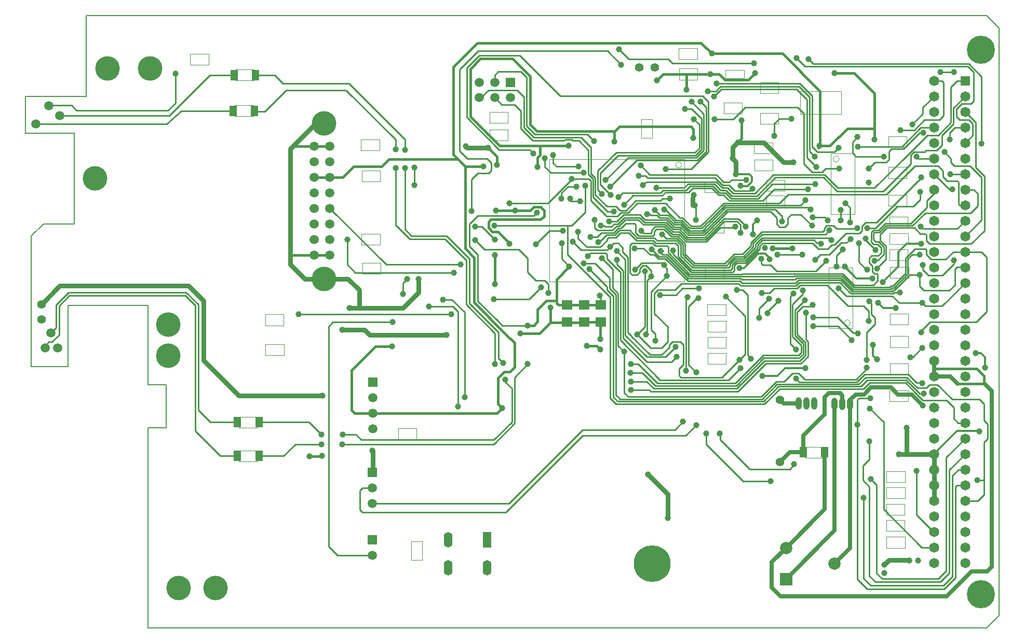
<source format=gbl>
%FSLAX42Y42*%
%MOMM*%
G71*
G01*
G75*
G04 Layer_Physical_Order=2*
G04 Layer_Color=16711680*
%ADD10C,0.20*%
%ADD11O,1.35X0.35*%
%ADD12O,0.35X1.35*%
%ADD13O,2.20X0.60*%
%ADD14R,1.65X0.30*%
%ADD15R,1.20X1.80*%
%ADD16R,1.80X1.20*%
%ADD17R,4.00X3.00*%
%ADD18R,1.45X0.55*%
%ADD19R,1.45X0.55*%
%ADD20R,0.60X1.55*%
%ADD21R,3.30X2.25*%
%ADD22R,0.95X2.25*%
%ADD23R,1.60X1.80*%
%ADD24R,2.20X2.60*%
%ADD25R,2.60X2.20*%
%ADD26R,1.80X1.60*%
%ADD27R,1.30X1.50*%
%ADD28C,0.23*%
%ADD29C,0.40*%
%ADD30C,0.80*%
%ADD31C,0.70*%
%ADD32C,0.30*%
%ADD33C,0.25*%
%ADD34C,0.25*%
%ADD35C,0.10*%
%ADD36C,1.65*%
%ADD37R,1.65X1.65*%
%ADD38C,4.60*%
%ADD39C,2.00*%
%ADD40R,2.00X2.00*%
%ADD41O,1.00X2.00*%
%ADD42O,1.00X2.00*%
%ADD43C,1.50*%
%ADD44C,1.40*%
%ADD45R,1.50X1.50*%
%ADD46R,1.50X1.50*%
%ADD47C,4.00*%
%ADD48R,1.40X2.50*%
%ADD49O,1.40X2.50*%
%ADD50C,6.00*%
%ADD51C,1.00*%
D10*
X1524Y9072D02*
Y10394D01*
X16204D01*
X16405Y10193D01*
Y595D02*
Y10193D01*
X16204Y394D02*
X16405Y595D01*
X4024Y394D02*
X16204D01*
X2524D02*
X4024D01*
X2524D02*
Y3664D01*
X2824D01*
Y4364D01*
X2524D02*
X2824D01*
X2524D02*
Y5665D01*
X1224D02*
X2524D01*
X1224Y4664D02*
Y5665D01*
X624Y4664D02*
X1224D01*
X624D02*
Y6794D01*
X824Y6994D01*
X1324D01*
Y8478D01*
X522Y8477D02*
X1321D01*
X525Y8478D02*
Y9072D01*
X1524D01*
D15*
X4267Y8840D02*
D03*
X3917D02*
D03*
X4282Y9423D02*
D03*
X3932D02*
D03*
X4337Y3205D02*
D03*
X3987D02*
D03*
X4337Y3755D02*
D03*
X3987D02*
D03*
X13560Y3265D02*
D03*
X13210D02*
D03*
D26*
X9642Y5388D02*
D03*
Y5668D02*
D03*
X9910Y5388D02*
D03*
Y5668D02*
D03*
X9363Y5388D02*
D03*
Y5668D02*
D03*
D28*
X9690Y8455D02*
X9797Y8347D01*
X9799Y8346D01*
X9912Y5668D02*
Y5803D01*
Y5667D02*
Y5668D01*
X11075Y9618D02*
X12407D01*
X11010Y9682D02*
X11075Y9618D01*
X10368Y9682D02*
X11010D01*
X10497Y6720D02*
X10768D01*
X10368Y6850D02*
X10497Y6720D01*
X10235Y6850D02*
X10368D01*
X10160Y6775D02*
X10235Y6850D01*
X10038Y6775D02*
X10160D01*
X10010Y6747D02*
X10038Y6775D01*
X10010Y6720D02*
Y6747D01*
X10218Y6888D02*
X10382D01*
X10504Y6766D01*
X10140Y6810D02*
X10218Y6888D01*
X10003Y6810D02*
X10140D01*
X9893Y6700D02*
X10003Y6810D01*
X10480Y6845D02*
X10525Y6800D01*
X10480Y6845D02*
Y6978D01*
X10457Y7000D02*
X10480Y6978D01*
X10318Y7000D02*
X10457D01*
X10240Y6922D02*
X10318Y7000D01*
X10198Y6922D02*
X10240D01*
X10123Y6847D02*
X10198Y6922D01*
X9915Y6847D02*
X10123D01*
X10522Y7060D02*
X10595Y6988D01*
X10310Y7060D02*
X10522D01*
X10210Y6960D02*
X10310Y7060D01*
X10171Y6960D02*
X10210D01*
X10098Y6888D02*
X10171Y6960D01*
X9850Y6888D02*
X10098D01*
X10543Y7095D02*
X10618Y7020D01*
X10293Y7095D02*
X10543D01*
X10193Y6995D02*
X10293Y7095D01*
X10133Y6995D02*
X10193D01*
X10083Y6945D02*
X10133Y6995D01*
X9982Y6945D02*
X10083D01*
X10582Y7107D02*
X10630Y7060D01*
X10175Y7032D02*
X10282Y7140D01*
X10550D02*
X10580Y7110D01*
X10282Y7140D02*
X10550D01*
X10178Y7118D02*
X10238Y7178D01*
X10507Y7330D02*
X10718D01*
X10355Y7178D02*
X10507Y7330D01*
X10238Y7178D02*
X10355D01*
X10703Y7370D02*
X10880D01*
X10697D02*
X10703D01*
X10697D02*
X10703D01*
X10480D02*
X10697D01*
X10322Y7212D02*
X10480Y7370D01*
X10223Y7212D02*
X10322D01*
X10157Y7278D02*
X10223Y7212D01*
X8235Y5405D02*
Y5405D01*
X7906Y5734D02*
X8235Y5405D01*
X7906Y5734D02*
Y6492D01*
X7768Y6630D02*
X7906Y6492D01*
X7900Y7125D02*
X8818D01*
X7768Y6993D02*
X7900Y7125D01*
X8818D02*
X8868Y7175D01*
X10703Y4283D02*
X10725Y4260D01*
X12147D01*
X10403Y4283D02*
X10703D01*
X12147Y4260D02*
X12600Y4712D01*
X12130Y4305D02*
X12580Y4755D01*
X10400Y4420D02*
X10655D01*
X10770Y4305D01*
X12130D01*
X12600Y4712D02*
X13170D01*
X13285Y4828D01*
Y5070D01*
X13255Y5100D02*
X13285Y5070D01*
X13255Y5100D02*
Y5542D01*
X12580Y4755D02*
X13157D01*
X13250Y4847D01*
Y5050D01*
X13112Y5188D02*
X13250Y5050D01*
X13112Y5188D02*
Y5553D01*
X13205Y5645D01*
X13338D01*
X13362Y5670D01*
X12998Y5810D02*
X13048Y5860D01*
X943Y5215D02*
X1027Y5300D01*
Y5670D01*
X1235Y5878D01*
X3145D01*
X3347Y5675D01*
Y3955D02*
Y5675D01*
X5703Y3558D02*
X5915D01*
X6005Y3467D01*
X8170D01*
X8462Y3760D01*
Y4305D01*
X8355Y4412D02*
X8462Y4305D01*
X8355Y4412D02*
Y4453D01*
X10400Y4560D02*
X10588D01*
X10797Y4350D01*
X12120D01*
X12572Y4803D01*
X13148D01*
X13215Y4870D01*
Y5033D01*
X13075Y5172D02*
X13215Y5033D01*
X13075Y5172D02*
Y5590D01*
X13235Y5750D01*
X4930Y3397D02*
X5353D01*
X848Y4970D02*
Y5005D01*
Y4967D02*
Y4970D01*
Y5005D02*
X910Y5067D01*
X965D01*
X1077Y5180D01*
Y5655D01*
X1243Y5820D01*
X3138D01*
X3300Y5658D01*
Y3612D02*
Y5658D01*
X5695Y3397D02*
X8165D01*
X5692D02*
X5695D01*
X8165D02*
X8505Y3738D01*
Y4488D01*
X8720Y4703D01*
X10405D02*
X10522D01*
X10832Y4392D01*
X12103D01*
X12557Y4847D01*
X13140D01*
X13180Y4888D01*
Y5008D01*
X13038Y5150D02*
X13180Y5008D01*
X13038Y5150D02*
Y5678D01*
X13207Y5847D01*
Y5908D01*
X10878Y4445D02*
X11997D01*
X12175Y4775D02*
X12265Y4865D01*
X11885Y4485D02*
X12175Y4775D01*
X12265Y4865D01*
X12768Y4415D02*
X12895D01*
X12525Y4172D02*
X12768Y4415D01*
X13093Y4467D02*
X13098Y4462D01*
X13148Y4412D01*
X14088D01*
X14112Y4375D02*
X14225Y4488D01*
X12782Y4375D02*
X14112D01*
X12540Y4133D02*
X12782Y4375D01*
X13370Y5320D02*
X13780D01*
X13773Y5465D02*
X14027Y5210D01*
X13373Y5465D02*
X13773D01*
X14325Y5520D02*
Y5697D01*
X11625Y3397D02*
X12232Y2790D01*
X11625Y3397D02*
Y3567D01*
X12998Y5038D02*
X13093Y4942D01*
X15062Y2240D02*
Y2965D01*
X14088Y4412D02*
X14215Y4540D01*
X14995Y4817D02*
X15145Y4967D01*
X14957Y4817D02*
X14995D01*
X12998Y5038D02*
Y5810D01*
X12538Y5867D02*
X12660D01*
X13110Y5942D02*
X13162Y5995D01*
X12660Y5867D02*
X12735Y5942D01*
X13110D01*
X13727Y5867D02*
X13939Y5656D01*
X13727Y5860D02*
Y5867D01*
X13600Y5995D02*
X13727Y5867D01*
X13162Y5995D02*
X13600D01*
X14197Y5656D02*
X14282Y5570D01*
X13939Y5656D02*
X14197D01*
X13493Y6495D02*
X13635D01*
X13827Y6688D01*
X13918D01*
X13980Y6750D01*
X13412Y6220D02*
X13585Y6392D01*
X12780Y6220D02*
X13412D01*
X13975Y7018D02*
Y7260D01*
Y7015D02*
Y7018D01*
X13902Y7332D02*
X13975Y7260D01*
X13752Y6475D02*
X13857Y6580D01*
X14225Y6730D02*
X14385Y6570D01*
X14118Y6372D02*
Y6680D01*
X14090Y6920D02*
Y6922D01*
Y6905D02*
Y6920D01*
X12628Y5533D02*
Y5560D01*
X13823Y7053D02*
Y7215D01*
X13818Y7220D02*
X13823Y7215D01*
X14325Y5520D02*
X14382Y5462D01*
X14300Y3975D02*
X14523Y3753D01*
Y2335D02*
Y3753D01*
Y2335D02*
X15146Y1711D01*
X15342D01*
X15591Y7557D02*
X15643D01*
X15342Y7807D02*
X15591Y7557D01*
X15493Y7760D02*
Y7857D01*
Y7760D02*
X15555Y7697D01*
X15740Y7319D02*
X15760Y7299D01*
X15850D01*
X15740Y7319D02*
Y7675D01*
X15718Y7697D02*
X15740Y7675D01*
X15555Y7697D02*
X15718D01*
X15668Y6340D02*
Y6400D01*
X15661Y6537D02*
X15850D01*
X15536Y6412D02*
X15661Y6537D01*
X15298Y6412D02*
X15536D01*
X15480Y6153D02*
X15668Y6340D01*
X15252Y6153D02*
X15480D01*
X15157Y6247D02*
X15252Y6153D01*
X15107Y5978D02*
X15180Y5905D01*
X15595D01*
X15107Y5978D02*
Y6045D01*
X13145Y6033D02*
X13812D01*
X13915Y5817D02*
X14662D01*
X14775Y5705D01*
X15150D01*
X13788Y5945D02*
X13915Y5817D01*
X12195Y5980D02*
X13093D01*
X13145Y6033D01*
X13135Y6078D02*
X13818D01*
X13716Y6111D02*
X13831D01*
X13716Y6111D02*
X13716Y6111D01*
X13082Y6025D02*
X13135Y6078D01*
X13102Y6111D02*
X13716D01*
X13070Y6145D02*
X13845D01*
X13052Y6179D02*
X13053Y6180D01*
X12155Y6020D02*
X12195Y5980D01*
X12218Y5915D02*
X12305Y5828D01*
X12128Y5915D02*
X12218D01*
X12305Y4847D02*
X12357Y4795D01*
X12305Y4847D02*
Y5828D01*
X15543Y3182D02*
X15850Y3489D01*
X15543Y1330D02*
Y3182D01*
X15410Y1198D02*
X15543Y1330D01*
X14500Y1198D02*
X15410D01*
X14410Y1288D02*
X14500Y1198D01*
X12232Y2790D02*
X12680D01*
X10312Y5172D02*
Y6410D01*
X10662Y4822D02*
X10968D01*
X10312Y5172D02*
X10662Y4822D01*
X10503Y5188D02*
X10630Y5315D01*
X10172Y6550D02*
X10312Y6410D01*
X10014Y6567D02*
X10043Y6595D01*
X9588Y6567D02*
X10014D01*
X10172Y6330D02*
X10275Y6228D01*
X10348Y5222D02*
X10410Y5160D01*
X10275Y5125D02*
Y6228D01*
X10172Y6330D02*
Y6397D01*
X10010Y6425D02*
X10228Y6208D01*
X10010Y6425D02*
Y6493D01*
X9988Y6515D02*
X10010Y6493D01*
X9743Y6515D02*
X9988D01*
X9697Y6470D02*
X9743Y6515D01*
X9455Y6700D02*
X9588Y6567D01*
X9635Y6350D02*
X9820D01*
X10057Y6112D01*
X9725Y6253D02*
X10010Y5967D01*
Y5920D02*
Y5967D01*
X15590Y2975D02*
X15850Y3235D01*
X15590Y1293D02*
Y2975D01*
X15448Y1150D02*
X15590Y1293D01*
X14385Y1150D02*
X15448D01*
X14290Y1245D02*
X14385Y1150D01*
X10662Y4738D02*
X11060D01*
X10275Y5125D02*
X10662Y4738D01*
X11218Y4485D02*
X11885D01*
X11188Y4515D02*
X11218Y4485D01*
X11188Y4515D02*
Y4630D01*
X11253Y4695D01*
Y5022D01*
X11207Y5067D02*
X11253Y5022D01*
X9070Y6880D02*
X9290D01*
X8853Y6662D02*
X9070Y6880D01*
X9370Y6493D02*
X10062Y5800D01*
X12265Y4865D02*
Y5488D01*
X11947Y5805D02*
X12265Y5488D01*
X15741Y2981D02*
X15850D01*
X15645Y2885D02*
X15741Y2981D01*
X15645Y1238D02*
Y2885D01*
X15495Y1088D02*
X15645Y1238D01*
X14310Y1088D02*
X15495D01*
X14198Y1200D02*
X14310Y1088D01*
X14198Y1200D02*
Y2525D01*
X15690Y1217D02*
Y2695D01*
X15722Y2727D01*
X15505Y1032D02*
X15690Y1217D01*
X14250Y1032D02*
X15505D01*
X14090Y1193D02*
X14250Y1032D01*
X10228Y5095D02*
Y6208D01*
Y5095D02*
X10878Y4445D01*
X10293Y4234D02*
Y4905D01*
X10193Y5006D02*
X10293Y4905D01*
Y4234D02*
X10355Y4172D01*
X10193Y5006D02*
Y5860D01*
X15722Y2727D02*
X15850D01*
X14090Y1193D02*
Y3715D01*
Y4117D01*
X14120Y4147D01*
X14302D01*
X15045Y4232D02*
X15045D01*
X15162Y4115D01*
X14877Y4400D02*
X15045Y4232D01*
X14296Y4400D02*
X14877D01*
X14198Y4303D02*
X14296Y4400D01*
X12832Y4303D02*
X14198D01*
X12807Y4338D02*
X14148D01*
X14255Y4445D01*
X14885D02*
X15071Y4259D01*
X14255Y4445D02*
X14885D01*
X10355Y4172D02*
X12525D01*
X10103Y5950D02*
X10193Y5860D01*
X10103Y5950D02*
Y6258D01*
X9925Y6435D02*
X10103Y6258D01*
X8745Y5762D02*
X8938Y5956D01*
X8745Y5762D02*
X8938Y5956D01*
X5491Y7246D02*
X6410Y6328D01*
X5778Y6327D02*
X5908Y6197D01*
X5778Y6327D02*
Y6740D01*
X15032Y7938D02*
X15412D01*
X15493Y7857D01*
X9045Y7330D02*
X9432Y7718D01*
X9432Y6967D02*
X9655Y7190D01*
Y7620D01*
X11343Y5645D02*
X11478Y5780D01*
X11343Y4692D02*
Y5645D01*
Y4692D02*
X11465Y4570D01*
X9612Y3633D02*
X11118D01*
X8412Y2432D02*
X9612Y3633D01*
X6185Y2432D02*
X8412D01*
X8357Y2280D02*
X9610Y3533D01*
X11288D01*
X11465Y3710D01*
X6022Y2280D02*
X8357D01*
X5978Y2325D02*
X6022Y2280D01*
X5978Y2325D02*
Y2640D01*
X6024Y2686D02*
X6185D01*
X5978Y2640D02*
X6024Y2686D01*
X5616Y1584D02*
X6183D01*
X5472Y1727D02*
X5616Y1584D01*
X5472Y5315D02*
X5545Y5388D01*
X8700Y8590D02*
Y9388D01*
Y8590D02*
X8835Y8455D01*
X9690D01*
X8179Y9054D02*
X8295Y8938D01*
X8507D01*
X8610Y8835D01*
Y8547D02*
Y8835D01*
Y8547D02*
X8805Y8353D01*
X8605Y9482D02*
X8700Y9388D01*
X8238Y9482D02*
X8605D01*
X8179Y9424D02*
X8238Y9482D01*
X8179Y9307D02*
Y9424D01*
X7925Y9054D02*
X7958D01*
X8082Y9178D01*
X8543D01*
X8655Y9065D01*
Y8565D02*
Y9065D01*
Y8565D02*
X8815Y8405D01*
X9588D01*
X15662Y8889D02*
X15850Y9077D01*
X10596Y7624D02*
X10653Y7680D01*
X11788D01*
X11888Y7580D01*
X15410Y8443D02*
X15618Y8650D01*
Y9228D01*
X15721Y9331D01*
X15850D01*
X15020Y8522D02*
X15188Y8690D01*
X15432D01*
X15502Y8760D01*
Y9300D01*
X15471Y9331D02*
X15502Y9300D01*
X15342Y9331D02*
X15471D01*
X15160Y8793D02*
Y8895D01*
X15342Y9077D01*
X15390Y8190D02*
X15475Y8275D01*
Y8440D01*
X15662Y8628D01*
Y8889D01*
X15600Y8375D02*
Y8485D01*
X15684Y8569D01*
X15850D01*
Y8823D02*
X16020Y8653D01*
X13907Y6840D02*
X14127D01*
X13105Y9697D02*
X13238Y9565D01*
X15898D01*
X15990Y9472D01*
Y9000D02*
Y9472D01*
X15943Y8953D02*
X15990Y9000D01*
X15793Y8953D02*
X15943D01*
X15710Y8870D02*
X15793Y8953D01*
X15710Y8740D02*
Y8870D01*
Y8740D02*
X15757Y8693D01*
X15915D01*
X15975Y8632D01*
Y8440D02*
Y8632D01*
X15850Y8315D02*
X15975Y8440D01*
X13298Y9688D02*
X13377Y9607D01*
X15912D01*
X16120Y9400D01*
Y8303D02*
Y9400D01*
X10565Y7945D02*
X10710Y7800D01*
X11790D01*
X11915Y7675D01*
X12823Y7330D02*
X12966Y7472D01*
X14568D01*
X15032Y7938D01*
X15948Y6668D02*
X16165Y6885D01*
Y7768D01*
X16020Y7915D02*
Y8653D01*
Y7912D02*
X16165Y7768D01*
X15850Y7553D02*
X15990D01*
X16055Y7488D01*
Y7288D02*
Y7488D01*
X15940Y7172D02*
X16055Y7288D01*
X15198Y7172D02*
X15940D01*
X10525Y7782D02*
X10635D01*
X10670Y7747D01*
X11770D01*
X11890Y7628D01*
X11951Y7543D02*
X12046Y7447D01*
X12455D01*
X11888Y7580D02*
X11978D01*
X12068Y7490D01*
X12422D01*
X13168Y7295D02*
X13250Y7378D01*
X12757Y7228D02*
X12868Y7118D01*
Y7030D02*
Y7118D01*
X13575Y6825D02*
X13638Y6888D01*
X13362Y6682D02*
X13457Y6588D01*
X13427Y6688D02*
X13480D01*
X13390Y6725D02*
X13427Y6688D01*
X15610Y7807D02*
X15850D01*
X14127Y6840D02*
X14173Y6885D01*
X15227Y7375D02*
X15342Y7489D01*
Y7553D01*
X14252Y6925D02*
X14388D01*
X14745Y7282D01*
X15005D01*
X15115Y7393D01*
Y7518D01*
X7862Y6728D02*
X7866Y6731D01*
X4982Y5515D02*
X7470D01*
X7112Y5647D02*
X7495D01*
X7582Y5560D01*
Y4010D02*
Y5560D01*
X7338Y5755D02*
X7482D01*
X7688Y5550D01*
Y4160D02*
Y5550D01*
X15132Y5220D02*
Y5245D01*
X15277Y5390D01*
X16032D02*
X16205Y5562D01*
Y6450D01*
X16118Y6537D02*
X16205Y6450D01*
X15850Y6537D02*
X16118D01*
X15277Y5390D02*
X16032D01*
X14882Y6435D02*
X15032Y6585D01*
X15198D01*
X15218Y6565D01*
Y6493D02*
Y6565D01*
Y6493D02*
X15298Y6412D01*
X14918Y6420D02*
X14988Y6490D01*
X10768Y6720D02*
X10805Y6682D01*
X9905Y6615D02*
X10010Y6720D01*
X15595Y5905D02*
X15685Y5995D01*
Y6258D02*
X15720Y6292D01*
X15840D01*
X15850Y6283D01*
X15685Y5995D02*
Y6258D01*
X11295Y5770D02*
X11322Y5797D01*
X11295Y4592D02*
Y5770D01*
X11478Y5780D02*
X11505D01*
X10665Y7155D02*
X10705D01*
X10722Y7138D01*
X10822D01*
X10865Y7095D01*
X10995D01*
X10780Y6825D02*
Y6875D01*
X10755Y6800D02*
X10780Y6825D01*
X10525Y6800D02*
X10755D01*
X10743Y6855D02*
Y6897D01*
X10725Y6838D02*
X10743Y6855D01*
X10615Y6838D02*
X10725D01*
X10570Y6882D02*
X10615Y6838D01*
X10043Y7032D02*
X10175D01*
X12677Y7193D02*
X12778Y7093D01*
Y6993D02*
Y7093D01*
Y6993D02*
X12827Y6943D01*
X12910D01*
X12957Y6990D01*
Y7090D01*
X13015Y7147D02*
X13173D01*
X13638Y6765D02*
X13673Y6730D01*
X13525Y6865D02*
X13557Y6897D01*
Y6929D01*
X13596Y6967D01*
X13703D01*
X13457Y6588D02*
X13613D01*
X13676Y6650D01*
X13718D01*
X13752Y6683D01*
Y6684D01*
X13907Y6840D01*
X15200Y5655D02*
X15476D01*
X15850Y6029D01*
X15150Y5705D02*
X15200Y5655D01*
X9910Y6968D02*
X9960D01*
X9982Y6945D01*
X12150Y7080D02*
X12268Y6962D01*
X9540Y6755D02*
Y6868D01*
Y6755D02*
X9680Y6615D01*
X9905D01*
X9743Y6780D02*
X9847D01*
X9915Y6847D01*
X10942Y6908D02*
X11065Y6785D01*
X10813Y6908D02*
X10942D01*
X10780Y6875D02*
X10813Y6908D01*
X10743Y6897D02*
X10796Y6951D01*
X9807Y6930D02*
Y7062D01*
Y6930D02*
X9850Y6888D01*
X12538Y6865D02*
X13525D01*
X14988Y8620D02*
X15160Y8793D01*
X12545Y6725D02*
X13390D01*
X12550Y6682D02*
X13362D01*
X12495Y5610D02*
X12657Y5772D01*
X12495Y5458D02*
Y5610D01*
X10062Y4145D02*
Y5800D01*
X10010Y5920D02*
X10115Y5815D01*
Y4167D02*
Y5815D01*
X11118Y3633D02*
X11247Y3762D01*
X10157Y4050D02*
X12580D01*
X12832Y4303D01*
X10062Y4145D02*
X10157Y4050D01*
X10115Y4167D02*
X10188Y4095D01*
X12565D01*
X12807Y4338D01*
X10057Y5938D02*
Y6112D01*
Y5938D02*
X10155Y5840D01*
Y4203D02*
Y5840D01*
Y4203D02*
X10225Y4133D01*
X12540D01*
X15850Y3743D02*
X15870D01*
X15638Y4128D02*
X16085D01*
X16160Y4053D01*
X16058Y2473D02*
X16160Y2575D01*
X15850Y2473D02*
X16058D01*
X15395Y4370D02*
X15638Y4128D01*
X15548Y4115D02*
X15668Y3995D01*
Y3813D02*
Y3995D01*
X15738Y3743D02*
X15850D01*
X15668Y3813D02*
X15738Y3743D01*
X15162Y4115D02*
X15548D01*
X15125Y6953D02*
X15162Y6915D01*
X15720D01*
X15850Y7045D01*
X15512Y8165D02*
X15618Y8060D01*
Y7995D02*
Y8060D01*
Y7995D02*
X15675Y7938D01*
X15927D01*
X16115Y7750D01*
Y7056D02*
Y7750D01*
X15850Y6791D02*
X16115Y7056D01*
X9272Y6420D02*
Y6675D01*
Y6420D02*
X9397Y6295D01*
X9890Y5825D02*
X9912Y5803D01*
X9370Y6493D02*
Y6967D01*
X8172D02*
X9370D01*
X9432D01*
X6410Y6328D02*
X7622D01*
X5908Y6197D02*
X7512D01*
X7768Y6630D02*
Y6993D01*
X8235Y5405D02*
X8305Y5335D01*
X8720D01*
X9058Y5867D02*
Y6011D01*
X8999Y6070D02*
X9058Y6011D01*
X8853Y6070D02*
X8999D01*
X8714Y6208D02*
X8853Y6070D01*
X10970Y7885D02*
X11382D01*
X11662Y8165D02*
Y8990D01*
X9253Y9085D02*
X11568D01*
X7932Y9747D02*
X8590D01*
X7722Y9538D02*
X7932Y9747D01*
X7722Y8732D02*
Y9538D01*
Y8732D02*
X8253Y8203D01*
X8755D01*
X8590Y9747D02*
X9253Y9085D01*
X7862Y6728D02*
X8012Y6578D01*
X8572D01*
X8714Y6435D01*
Y6208D02*
Y6435D01*
X7970Y6947D02*
X8182Y6735D01*
X7862Y6947D02*
X7970D01*
X7800Y7203D02*
Y7722D01*
X7903Y7825D01*
X8082D01*
X8120Y7862D01*
Y7990D01*
X8055Y8055D02*
X8120Y7990D01*
X7738Y8055D02*
X8055D01*
X7610Y8182D02*
X7738Y8055D01*
X7610Y8182D02*
Y9518D01*
X7910Y9818D01*
X10018D01*
X10243Y9593D01*
X10872Y5833D02*
X11135D01*
X11240Y5938D01*
X11510D01*
X11568Y9085D02*
X11662Y8990D01*
X11382Y7885D02*
X11662Y8165D01*
X9718Y7725D02*
X9747Y7695D01*
Y7370D02*
Y7695D01*
X10497Y8032D02*
X11482D01*
X11625Y8175D02*
Y8897D01*
X11482Y8032D02*
X11625Y8175D01*
X10062Y7597D02*
X10497Y8032D01*
X9711Y7802D02*
Y8197D01*
X9555Y8353D02*
X9711Y8197D01*
Y7802D02*
X9785Y7728D01*
X9749Y7816D02*
Y8243D01*
X9588Y8405D02*
X9749Y8243D01*
Y7816D02*
X9820Y7745D01*
X9990Y7707D02*
X10355Y8072D01*
X11470D01*
X11590Y8193D01*
Y8790D01*
X11532Y8990D02*
X11625Y8897D01*
X11390Y8990D02*
X11590Y8790D01*
X13150Y9290D02*
X13355Y9085D01*
Y8250D02*
Y9085D01*
X13438Y8168D02*
X13720D01*
X11780Y9290D02*
X11795D01*
X13355Y8250D02*
X13438Y8168D01*
X11795Y9290D02*
X13150D01*
X13273Y8072D02*
X13420Y7925D01*
X13273Y8072D02*
Y9025D01*
X13102Y9195D02*
X13273Y9025D01*
X11875Y9195D02*
X13102D01*
X9785Y7435D02*
Y7728D01*
X9820Y7468D02*
Y7745D01*
X9900Y7635D02*
X10072Y7462D01*
X9900Y7635D02*
Y7822D01*
X10190Y8112D01*
X11455D01*
X11553Y8210D01*
Y8710D01*
X11395Y8868D02*
X11553Y8710D01*
X11278Y8868D02*
X11395D01*
X11757Y9078D02*
X11875Y9195D01*
X11655Y9162D02*
X11788D01*
X11860Y9235D01*
X13148D01*
X13318Y9065D01*
Y8175D02*
Y9065D01*
Y8175D02*
X13400Y8092D01*
X9862Y7547D02*
X9930Y7480D01*
X9862Y7547D02*
Y7860D01*
X10162Y8160D01*
X11445D01*
X11515Y8230D01*
Y8615D01*
X11428Y8703D02*
X11515Y8615D01*
X12266Y8895D02*
X13118D01*
X13220Y7975D02*
X13355Y7840D01*
X13518D01*
X13573Y7895D01*
X13795D01*
X8423Y7330D02*
X9045D01*
X10000Y7118D02*
X10178D01*
X9432Y7718D02*
Y7725D01*
X9718D01*
X9747Y7370D02*
X10000Y7118D01*
X10022Y7197D02*
X10120D01*
X9785Y7435D02*
X10022Y7197D01*
X10010Y7278D02*
X10157D01*
X10880Y7370D02*
X10920Y7410D01*
X9820Y7468D02*
X10010Y7278D01*
X9270Y7407D02*
Y7497D01*
X9375Y7603D01*
X9510D01*
X9407Y7375D02*
Y7405D01*
Y7375D02*
X9415Y7368D01*
X9575D01*
X10920Y7410D02*
X11038D01*
X10200Y7435D02*
X10262Y7497D01*
X11945D02*
X12032Y7410D01*
X12475D01*
X12725Y7793D02*
X13560D01*
X13773Y7580D01*
X14375D01*
X12422Y7490D02*
X12725Y7793D01*
X12757Y7750D02*
X13540D01*
X13762Y7528D01*
X14515D01*
X12455Y7447D02*
X12757Y7750D01*
X12707Y7643D02*
X13405D01*
X12475Y7410D02*
X12707Y7643D01*
X10288Y7305D02*
X10435Y7453D01*
X10880Y7497D02*
X10928Y7545D01*
X10262Y7497D02*
X10880D01*
X10912Y7453D02*
X10965Y7505D01*
X10435Y7453D02*
X10912D01*
X12553Y7370D02*
X12740Y7557D01*
X13288D01*
X14102Y8257D02*
X14818D01*
X15129Y8569D01*
X15342D01*
X15238Y8443D02*
X15410D01*
X14515Y7528D02*
X14962Y7975D01*
X14018Y8332D02*
X14095Y8410D01*
X14018Y8145D02*
Y8332D01*
Y8145D02*
X14073Y8090D01*
X14525D01*
X15015Y8172D02*
X15195D01*
X15212Y8190D01*
X15390D01*
X14889Y8094D02*
X14889D01*
X14375Y7580D02*
X14889Y8094D01*
X14889D02*
X15238Y8443D01*
X14962Y7975D02*
Y8120D01*
X15015Y8172D01*
X15084Y8061D02*
X15342D01*
X15055Y8090D02*
X15084Y8061D01*
X13356Y6965D02*
X13360D01*
X13173Y7147D02*
X13356Y6965D01*
X14225Y6730D02*
Y6750D01*
X15227Y7265D02*
Y7375D01*
X13703Y6967D02*
X13735Y6935D01*
X13735D01*
X13755Y6915D01*
X14080D01*
X13365Y7100D02*
X13568D01*
X14173Y6885D02*
Y6961D01*
X14225Y7014D01*
X14407D01*
X14602Y7210D01*
X14275Y7895D02*
X14382Y8003D01*
X14565D01*
X14612Y8050D01*
Y8180D01*
X14648Y8215D01*
X14843D01*
X15112Y8485D01*
X15168D01*
X15177D01*
X15445Y9475D02*
X15668D01*
X16050Y2805D02*
X16157D01*
X2973Y8965D02*
Y9445D01*
X2852Y8845D02*
X2973Y8965D01*
X1362Y8845D02*
X2852D01*
X1280Y8928D02*
X1362Y8845D01*
X905Y8928D02*
X1280D01*
X6870Y7630D02*
Y7918D01*
X10203Y9847D02*
X10368Y9682D01*
X6688Y5847D02*
Y6025D01*
X6755Y6092D01*
X12073Y8703D02*
X12266Y8895D01*
X11765Y8703D02*
X12073D01*
X13118Y8895D02*
X13220Y8793D01*
Y7975D02*
Y8793D01*
X12740Y8428D02*
Y8632D01*
X12820Y8712D01*
X13020D01*
X8185Y4705D02*
Y5208D01*
X7718Y5675D02*
X8185Y5208D01*
X7718Y5675D02*
Y6397D01*
X7370Y6745D02*
X7718Y6397D01*
X6795Y6745D02*
X7370D01*
X6568Y6972D02*
X6795Y6745D01*
X6568Y6972D02*
Y7903D01*
X6568Y8210D02*
Y8368D01*
X5755Y9180D02*
X6568Y8368D01*
X4783Y9180D02*
X5755D01*
X700Y8625D02*
X2835D01*
X1087Y8760D02*
X2872D01*
X4725Y9290D02*
X5803D01*
X6720Y8372D01*
X6715Y6903D02*
Y7903D01*
Y6903D02*
X6818Y6800D01*
X7397D01*
X7772Y6425D01*
Y5692D02*
Y6425D01*
Y5692D02*
X8243Y5222D01*
Y4800D02*
Y5222D01*
Y4800D02*
X8320Y4722D01*
X9330Y8368D02*
X9438D01*
X9453Y8353D01*
X9555D01*
X9315D02*
X9330Y8368D01*
X8805Y8353D02*
X9315D01*
X14290Y3151D02*
Y3442D01*
X14188Y3049D02*
X14290Y3151D01*
X14188Y2805D02*
Y3049D01*
Y2805D02*
X14290Y2702D01*
Y1245D02*
Y2702D01*
X14312Y2830D02*
X14410Y2733D01*
Y1288D02*
Y2733D01*
X14885Y3240D02*
X14893Y3247D01*
X9095Y7828D02*
X9630D01*
X8997Y7925D02*
X9095Y7828D01*
X8997Y7925D02*
Y8068D01*
X9188Y7928D02*
X9545D01*
X9132Y7982D02*
X9188Y7928D01*
X9132Y7982D02*
Y8120D01*
Y8122D01*
X8755Y8203D02*
X8811Y8146D01*
X10803Y6635D02*
X10988D01*
X11007Y6615D01*
Y6528D02*
Y6615D01*
X12226Y6179D02*
X13052D01*
X12205Y6085D02*
X13076D01*
X13102Y6111D01*
X10382Y6205D02*
Y6647D01*
X10778Y6660D02*
X10803Y6635D01*
X10756Y6682D02*
X10782Y6655D01*
X10382Y6647D02*
X10417Y6682D01*
X10756D01*
X10460Y6597D02*
X10605D01*
X10712Y6490D01*
X10782D01*
X12210Y6025D02*
X13082D01*
X10893Y6518D02*
X10917Y6493D01*
X10992D01*
X10743Y6578D02*
X10862Y6458D01*
X10980D01*
X10782Y6490D02*
X10848Y6424D01*
X10963D01*
X10650Y6315D02*
X10732Y6233D01*
X10630Y6217D02*
Y6220D01*
Y5315D02*
Y6217D01*
X10268Y6532D02*
X10348Y6452D01*
X10268Y6532D02*
Y6603D01*
X10195Y6675D02*
X10268Y6603D01*
X10348Y5222D02*
Y6452D01*
X10118Y6675D02*
X10195D01*
X10382Y6205D02*
X10422Y6165D01*
X10500D01*
X10547Y6212D01*
Y6267D01*
X10595Y6315D01*
X10650D01*
X10665Y5200D02*
Y6067D01*
X10465Y6245D02*
X10575Y6355D01*
X10900D01*
X10988Y6145D02*
Y6267D01*
X10665Y6067D02*
X10732Y6135D01*
X10782Y5860D02*
X10841Y5919D01*
X11121D01*
X11222Y6020D01*
X12155D01*
X10730Y5885D02*
X10988Y6142D01*
X10730Y5267D02*
Y5885D01*
X11060Y4738D02*
X11143Y4820D01*
X10968Y4822D02*
X11128Y4983D01*
X10712Y4858D02*
X10905D01*
X11028Y4980D01*
Y5020D01*
X11075Y5067D01*
X11207D01*
X10412Y5158D02*
X10712Y4858D01*
X10722Y4967D02*
X10897D01*
X11000Y5070D01*
Y5312D01*
X10782Y5530D02*
Y5860D01*
Y5530D02*
X11000Y5312D01*
X10503Y5188D02*
X10722Y4967D01*
X10730Y5267D02*
X10803Y5195D01*
X11915Y7675D02*
X12003D01*
X12043Y7715D01*
X13720Y8168D02*
X13790Y8238D01*
X5545Y5388D02*
X6512D01*
X5472Y1727D02*
Y5315D01*
X10812Y7582D02*
X11268D01*
X11331Y7645D01*
X11762D01*
X11865Y7543D01*
X11951D01*
X10928Y7545D02*
X11301D01*
X11363Y7607D01*
X11743D01*
X11853Y7497D01*
X11945D01*
X11407Y7572D02*
X11725D01*
X11835Y7462D01*
X11915D01*
X11980Y7397D02*
X11982Y7395D01*
X11915Y7462D02*
X11980Y7397D01*
X11340Y7505D02*
X11407Y7572D01*
X12007Y7370D02*
X12553D01*
X10965Y7505D02*
X11340D01*
X10505Y6765D02*
X10785D01*
X10786D01*
X10785D02*
X10832Y6718D01*
X10907Y6825D02*
X10981Y6752D01*
X10949Y6951D02*
X11078Y6822D01*
X10796Y6951D02*
X10949D01*
X10595Y6985D02*
X10963D01*
X11085Y6862D01*
X11920Y7038D02*
X12132D01*
X11878Y6995D02*
X11920Y7038D01*
X10618Y7020D02*
X10975D01*
X11090Y6905D01*
X11915Y7080D02*
X12150D01*
X11740Y6905D02*
X11915Y7080D01*
X10630Y7060D02*
X10982D01*
X11100Y6943D01*
X11978Y7193D02*
X12677D01*
X10995Y7095D02*
X11110Y6980D01*
X11582Y6845D02*
X11965Y7228D01*
X12757D01*
X11007Y7132D02*
X11120Y7020D01*
X10878Y7132D02*
X11007D01*
X10962Y7232D02*
X11141Y7054D01*
X11932Y7295D02*
X13168D01*
X10947Y7232D02*
X10962D01*
X10717Y7330D02*
X10965D01*
X11197Y7097D01*
X11540Y6955D02*
X11915Y7330D01*
X12092D02*
X12093Y7330D01*
X12092Y7330D02*
X12823D01*
X11980Y7397D02*
X12007Y7370D01*
X11890Y7628D02*
X12000D01*
X12097Y7530D01*
X12347D01*
X12385Y7568D01*
X12043Y7715D02*
X12285D01*
X11915Y7330D02*
X12092D01*
X11595Y6810D02*
X11978Y7193D01*
X11630Y6700D02*
X11860Y6930D01*
X12132Y7038D02*
X12190Y6980D01*
X10805Y6682D02*
X11130D01*
X10832Y6718D02*
X11145D01*
X10981Y6752D02*
X11158D01*
X11065Y6785D02*
X11172D01*
X11078Y6822D02*
X11182D01*
X11305Y6700D01*
X11630D01*
X11085Y6862D02*
X11190D01*
X11315Y6738D01*
X11620D01*
X11090Y6905D02*
X11195D01*
X11325Y6775D01*
X11610D01*
X11738Y6903D01*
X11100Y6943D02*
X11205D01*
X11337Y6810D01*
X11595D01*
X11110Y6980D02*
X11215D01*
X11350Y6845D01*
X11582D01*
X11120Y7020D02*
X11222D01*
X11357Y6885D02*
X11570D01*
X11222Y7020D02*
X11357Y6885D01*
X11570D02*
X11946Y7261D01*
X11141Y7054D02*
X11235D01*
X11369Y6920D01*
X11557D01*
X11692Y7054D01*
X11693Y7055D01*
X11692Y7054D02*
X11693Y7055D01*
X11932Y7295D01*
X11197Y7097D02*
X11240D01*
X11382Y6955D01*
X11540D01*
X11460Y7057D02*
Y7265D01*
X12535Y6445D02*
X12555D01*
X13037Y4557D02*
X13138D01*
X13240Y4455D01*
X14077D01*
X14240Y4617D01*
X12895Y4415D02*
X13037Y4557D01*
X12957Y7090D02*
X13015Y7147D01*
X11946Y7261D02*
X13289D01*
X12677Y6323D02*
X12780Y6220D01*
X12555Y6323D02*
X12677D01*
X12530Y6347D02*
X12555Y6323D01*
X12530Y6347D02*
Y6422D01*
Y6425D01*
X10788Y7222D02*
X10878Y7132D01*
X10785Y7225D02*
X10788Y7222D01*
X13327D02*
X13330Y7220D01*
X13289Y7261D02*
X13327Y7222D01*
X15071Y4259D02*
X15110Y4220D01*
X15180D01*
X11997Y4445D02*
X12188Y4635D01*
X10036Y6594D02*
X10064Y6621D01*
X10118Y6675D01*
X10172Y6397D02*
X10178Y6403D01*
X10193Y6418D01*
X15215Y4312D02*
X15273Y4370D01*
X15073Y4312D02*
X15215D01*
X14898Y4488D02*
X15073Y4312D01*
X14225Y4488D02*
X14898D01*
X15273Y4370D02*
X15395D01*
X14215Y4540D02*
X14919D01*
X15061Y4397D01*
X15155D01*
X13093Y4462D02*
X13098D01*
X13404Y6406D02*
X13493Y6495D01*
X15340Y1963D02*
X15340Y1962D01*
X15062Y2240D02*
X15340Y1963D01*
X16160Y3784D02*
Y4053D01*
Y3784D02*
X16220Y3724D01*
Y3488D02*
Y3724D01*
X16160Y2575D02*
Y3428D01*
X16220Y3488D01*
X14240Y4617D02*
Y4645D01*
X14382Y5361D02*
Y5462D01*
X14245Y5224D02*
X14382Y5361D01*
X14245Y4780D02*
Y5224D01*
X14988Y6490D02*
X15110D01*
X14285Y6432D02*
X14325Y6472D01*
X14285Y6378D02*
Y6432D01*
Y6378D02*
Y6385D01*
X14325Y6472D02*
X14435D01*
X14374Y6399D02*
X14424D01*
X14285Y6355D02*
Y6378D01*
X14118Y6372D02*
X14232Y6258D01*
X13858Y6179D02*
X14043Y5995D01*
X13055Y6179D02*
X13858D01*
X14418Y6272D02*
Y6275D01*
X14285Y6355D02*
X14335Y6305D01*
X14882Y6188D02*
Y6435D01*
X13831Y6111D02*
X14018Y5925D01*
X14918Y6175D02*
Y6420D01*
X15157Y6247D02*
Y6322D01*
X14290Y5733D02*
X14325Y5697D01*
X14232Y6228D02*
Y6247D01*
Y6258D01*
X14248Y6242D02*
X14250Y6240D01*
X14232Y6258D02*
X14248Y6242D01*
X11620Y6738D02*
X11878Y6995D01*
X13780Y5320D02*
X14001Y5099D01*
X14027Y5210D02*
X14100D01*
X14702Y5912D02*
X14950Y6160D01*
X15115D02*
X15118Y6162D01*
X15107Y6045D02*
Y6160D01*
X15107D02*
X15115D01*
X14950D02*
X15107D01*
X14693Y5950D02*
X14918Y6175D01*
X14680Y5985D02*
X14882Y6188D01*
X12788Y6495D02*
X13193D01*
X13752Y6267D02*
Y6295D01*
Y6475D01*
X14338Y6215D02*
X14373Y6180D01*
X14335Y6215D02*
Y6305D01*
X14435Y6472D02*
X14479Y6516D01*
Y6606D01*
X14423Y6662D02*
X14479Y6606D01*
X14352Y6662D02*
X14423D01*
X14320Y6695D02*
X14352Y6662D01*
X14320Y6695D02*
Y6855D01*
X14355Y6890D01*
X14440D01*
X14550Y7000D01*
X14962D01*
X15227Y7265D01*
X14424Y6399D02*
X14521Y6496D01*
Y6616D01*
X14438Y6700D02*
X14521Y6616D01*
X14390Y6700D02*
X14438D01*
X14355Y6735D02*
X14390Y6700D01*
X14355Y6735D02*
Y6835D01*
X14373Y6853D01*
X14452D01*
X14565Y6965D01*
X14368Y6392D02*
X14374Y6399D01*
X14565Y6965D02*
X14990D01*
X15198Y7172D01*
X14418Y6275D02*
X14555Y6412D01*
Y6633D01*
X14468Y6720D02*
X14555Y6633D01*
X14468Y6720D02*
Y6820D01*
X14575Y6928D01*
X15025D01*
X15120Y6832D01*
X15193D01*
X15215Y6810D01*
Y6722D02*
Y6810D01*
X15270Y6668D02*
X15948D01*
X15215Y6722D02*
X15270Y6668D01*
X14373Y6180D02*
X14416D01*
X14427Y6168D01*
Y6070D02*
Y6168D01*
X14352Y5995D02*
X14427Y6070D01*
X14043Y5995D02*
X14352D01*
X14694Y5872D02*
X14788D01*
X14676Y5855D02*
X14694Y5872D01*
X13990Y5855D02*
X14676D01*
X13970Y5875D02*
X13973Y5872D01*
X13812Y6033D02*
X13970Y5875D01*
X13973Y5872D02*
X13990Y5855D01*
X13970Y5875D02*
X13973Y5872D01*
X14005Y5890D02*
X14662D01*
X14685Y5912D01*
X14702D01*
X13818Y6078D02*
X14005Y5890D01*
X14018Y5925D02*
X14638D01*
X14662Y5950D02*
X14693D01*
X14638Y5925D02*
X14662Y5950D01*
X14030Y5960D02*
X14615D01*
X14640Y5985D01*
X14680D01*
X13845Y6145D02*
X14030Y5960D01*
X12178Y6058D02*
X12210Y6025D01*
X11330Y6058D02*
X12178D01*
X10963Y6424D02*
X11330Y6058D01*
X11335Y6103D02*
X12188D01*
X12205Y6085D01*
X10980Y6458D02*
X11335Y6103D01*
X10992Y6493D02*
X11347Y6138D01*
X11362Y6172D02*
X12218D01*
X10732Y6135D02*
Y6233D01*
X12218Y6172D02*
X12225Y6180D01*
X12226Y6179D01*
X10647Y5183D02*
X10665Y5200D01*
X11007Y6528D02*
X11362Y6172D01*
X10927Y6555D02*
Y6560D01*
X13062Y6138D02*
X13070Y6145D01*
X10893Y6518D02*
Y6555D01*
X11347Y6138D02*
X13062D01*
X11088Y6500D02*
Y6560D01*
Y6562D01*
X11380Y6208D02*
X12062D01*
X12090Y6235D01*
Y6315D01*
X11088Y6500D02*
X11380Y6208D01*
X12090Y6315D02*
X12132Y6358D01*
X11130Y6682D02*
X11172Y6640D01*
Y6462D02*
Y6640D01*
Y6462D02*
X11393Y6242D01*
X12028D01*
X12053Y6267D01*
Y6325D01*
X12120Y6392D01*
X11145Y6718D02*
X11215Y6647D01*
Y6470D02*
Y6647D01*
Y6470D02*
X11407Y6278D01*
X11993D01*
X12018Y6303D01*
Y6338D02*
X12107Y6428D01*
X12532Y6765D02*
X13638D01*
X11158Y6752D02*
X11249Y6660D01*
Y6491D02*
Y6660D01*
Y6491D02*
X11428Y6312D01*
X11962D01*
X11982Y6333D01*
Y6350D01*
X12095Y6462D01*
X12545Y6825D02*
X13575D01*
X11860Y6930D02*
X12100D01*
X12107D01*
X12100D02*
X12107D01*
X11285Y6503D02*
X11440Y6347D01*
X11933D01*
X11965Y6379D01*
Y6380D01*
X12082Y6497D01*
X11285Y6503D02*
Y6672D01*
X11172Y6785D02*
X11285Y6672D01*
X12018Y6303D02*
Y6338D01*
X14795Y8522D02*
X15020D01*
X12190Y6845D02*
Y6980D01*
X12628Y5560D02*
X12804Y5736D01*
X14282Y5412D02*
Y5570D01*
X12272Y6358D02*
X12500Y6585D01*
Y6632D02*
X12550Y6682D01*
X12500Y6585D02*
Y6632D01*
X12132Y6358D02*
X12272D01*
X14602Y7210D02*
X15143Y7750D01*
X12260Y6392D02*
X12465Y6597D01*
Y6645D01*
X12120Y6392D02*
X12260D01*
X12465Y6645D02*
X12545Y6725D01*
X13496Y6671D02*
X13500Y6668D01*
X13480Y6688D02*
X13496Y6671D01*
X12247Y6428D02*
X12430Y6610D01*
Y6662D01*
X12532Y6765D01*
X12107Y6428D02*
X12247D01*
X9855Y6700D02*
X9865D01*
X9893D01*
X12235Y6462D02*
X12395Y6622D01*
Y6672D01*
X12394Y6674D02*
X12545Y6825D01*
X13568Y7100D02*
X13614Y7054D01*
X12095Y6462D02*
X12235D01*
X12222Y6497D02*
X12357Y6632D01*
Y6685D02*
X12538Y6865D01*
X12357Y6632D02*
Y6685D01*
X12082Y6497D02*
X12222D01*
X14080Y6915D02*
X14090Y6905D01*
X2835Y8625D02*
X3073Y8835D01*
X3912D01*
X4435Y8832D02*
X4783Y9180D01*
X4272Y8832D02*
X4435D01*
X4270Y8835D02*
X4272Y8832D01*
X3533Y9420D02*
X3925D01*
X4282Y9423D02*
X4592D01*
X4725Y9290D01*
X2872Y8760D02*
X3533Y9420D01*
X6720Y8203D02*
Y8205D01*
Y8372D01*
X3547Y3755D02*
X3987D01*
X3347Y3955D02*
X3547Y3755D01*
X4337D02*
X5152D01*
X5353Y3555D01*
X3708Y3205D02*
X3985D01*
X4337Y3205D02*
X4738D01*
X4930Y3397D01*
X3300Y3612D02*
X3708Y3205D01*
X8157Y5762D02*
X8163D01*
X8745D01*
X10803Y5083D02*
Y5088D01*
Y5195D01*
X10936Y6319D02*
X10988Y6267D01*
X10900Y6355D02*
X10936Y6319D01*
X15342Y3229D02*
X15345Y3232D01*
X15345Y3233D01*
X11435Y7290D02*
X11460Y7265D01*
X11432Y7293D02*
X11435Y7290D01*
X11855Y3470D02*
Y3567D01*
Y3470D02*
X12338Y2988D01*
X12988D01*
X13060Y3060D01*
Y3070D01*
D29*
X7697Y7933D02*
X7697D01*
X6454Y8053D02*
X7578D01*
X6334Y7933D02*
X6454Y8053D01*
X5880Y7933D02*
X6334D01*
X5702Y7754D02*
X5880Y7933D01*
X5492Y7754D02*
X5702D01*
X5237D02*
X5492D01*
X13485Y8270D02*
Y9160D01*
Y8268D02*
Y8270D01*
X13481Y8261D02*
X13485Y8265D01*
X13460Y8240D02*
X13481Y8261D01*
X12712Y6597D02*
X13038D01*
X12710D02*
X12712D01*
X9840Y5005D02*
X9900Y4945D01*
X9903Y4942D01*
X5360Y3200D02*
X5365D01*
X5160D02*
X5360D01*
X9090Y5383D02*
Y5625D01*
X8910Y5203D02*
X9090Y5383D01*
Y5625D02*
Y5628D01*
X9190Y5700D02*
X9222Y5668D01*
X9190Y5700D02*
Y6088D01*
X9022Y5738D02*
X9172D01*
X9222Y5668D02*
X9363Y5668D01*
X8880Y5595D02*
X9022Y5738D01*
X8818Y5335D02*
X8880Y5397D01*
Y5595D01*
X8365Y5188D02*
X8365D01*
X7843Y5709D02*
X8365Y5188D01*
X7843Y5709D02*
Y6444D01*
X7697Y6590D02*
X7843Y6444D01*
X8238Y6865D02*
X8422Y6680D01*
X8140Y6865D02*
X8238D01*
X8078Y6928D02*
X8140Y6865D01*
X8078Y6928D02*
Y7028D01*
X8118Y7068D01*
X8932D01*
X8988Y7122D01*
Y7215D01*
X8928Y7275D02*
X8988Y7215D01*
X8818Y7275D02*
X8928D01*
X8757Y7215D02*
X8818Y7275D01*
X8510Y7215D02*
X8757D01*
X8230Y4055D02*
Y4475D01*
X8425Y4578D02*
X8503Y4655D01*
X14375Y8553D02*
Y9125D01*
Y8370D02*
Y8553D01*
X13932D02*
X14375D01*
X13648Y8268D02*
X13932Y8553D01*
X8230Y4055D02*
X8303Y3982D01*
X6195Y3897D02*
X8217D01*
X6235Y4995D02*
X6503D01*
X5847Y4607D02*
X6235Y4995D01*
X5847Y3950D02*
Y4607D01*
Y3950D02*
X5901Y3897D01*
X6195D01*
X7697Y6590D02*
Y7933D01*
X7505Y9555D02*
X7897Y9947D01*
X7505Y8125D02*
Y9555D01*
X7697Y7933D02*
X7995D01*
X7897Y9947D02*
X11545D01*
X12872Y9773D02*
X13485Y9160D01*
X11545Y9947D02*
X11720Y9773D01*
X13724Y9455D02*
X14045D01*
X14375Y9125D01*
X16040Y4633D02*
X16162Y4510D01*
X8720Y5335D02*
X8818D01*
X9190Y6088D02*
X9397Y6295D01*
X9363Y5668D02*
X9642Y5668D01*
X9910Y5667D01*
X9912D01*
X10128Y8340D02*
Y8495D01*
X10212Y8580D01*
X11382D01*
X11420Y8543D01*
Y8397D02*
Y8543D01*
X7782Y8747D02*
X8260Y8270D01*
X7782Y8747D02*
Y9525D01*
X7947Y9690D01*
X8217Y3897D02*
X8303Y3982D01*
X8755Y8620D02*
X8872Y8503D01*
X8755Y8620D02*
Y9407D01*
X8472Y9690D02*
X8755Y9407D01*
X7947Y9690D02*
X8472D01*
X7505Y8125D02*
X7697Y7933D01*
X11720Y9773D02*
X12872D01*
X8365Y5188D02*
X8503Y5050D01*
X8332Y4578D02*
X8425D01*
X8230Y4475D02*
X8332Y4578D01*
X8503Y4655D02*
Y5050D01*
X8872Y8503D02*
X10120D01*
X10128Y8495D01*
X8880Y7925D02*
Y8078D01*
X8922Y8120D01*
Y8268D01*
X8260Y8270D02*
X9382D01*
X5365Y3200D02*
X5372Y3208D01*
X8220Y7953D02*
Y7955D01*
Y8090D01*
X9683Y5005D02*
X9840D01*
X13475Y8268D02*
X13485D01*
X13648D01*
X13485Y8265D02*
Y8268D01*
X12203Y8388D02*
Y8688D01*
X12143Y8328D02*
X12203Y8388D01*
X11838Y9440D02*
X11930Y9347D01*
X12312D01*
X10825Y9340D02*
X10925Y9440D01*
X11695D02*
X11838D01*
X10925D02*
X11695D01*
X11310Y9185D02*
Y9188D01*
Y9432D01*
X15340Y4633D02*
X15342D01*
X16040D01*
X15730Y4383D02*
X16162Y4383D01*
X16165D01*
X16162Y4380D02*
Y4383D01*
Y4510D01*
X4867Y8262D02*
X4889D01*
X4845Y6482D02*
X4847D01*
X8070Y8240D02*
X8220Y8090D01*
X8185Y6008D02*
Y6008D01*
Y6480D01*
X8595Y5203D02*
X8597D01*
X8910D01*
X9090Y5383D02*
X9363D01*
X9090D02*
X9363D01*
X9642D01*
X9657D01*
X9598Y5388D02*
X9642D01*
X9910D01*
X9905Y5108D02*
Y5110D01*
Y5385D01*
X4847Y6482D02*
X5238D01*
X5492D01*
X5492D01*
X8198Y7215D02*
X8510D01*
X4889Y8262D02*
X5238D01*
X5492D01*
X5492D01*
X12312Y9347D02*
X12421Y9456D01*
X12422Y9457D01*
D30*
X3435Y4765D02*
X4012Y4188D01*
X5372D01*
X3435Y4765D02*
Y5738D01*
X3188Y5985D02*
X3435Y5738D01*
X1090Y5985D02*
X3188D01*
X788Y5682D02*
X1090Y5985D01*
X14893Y3247D02*
Y3667D01*
X14777Y3235D02*
X15342D01*
X14532Y1430D02*
X14607Y1505D01*
X10682Y2900D02*
X11000Y2583D01*
X6140Y5183D02*
X7397D01*
X6055Y5267D02*
X6140Y5183D01*
X12060Y8057D02*
X12110Y8007D01*
X12060Y8243D02*
X12135Y8318D01*
X12145Y8322D02*
X12565D01*
X12890Y7997D01*
X6935Y5870D02*
Y6092D01*
X6682Y5617D02*
X6935Y5870D01*
X5788Y6097D02*
X5972Y5912D01*
Y5620D02*
Y5912D01*
X4847Y6335D02*
X5085Y6097D01*
X5315Y8688D02*
Y8695D01*
X4847Y8220D02*
X4889Y8262D01*
X5315Y8688D01*
X4847Y6335D02*
Y6482D01*
Y8220D01*
X7705Y8260D02*
X7725Y8240D01*
X8070D01*
X8082D01*
X6190Y2940D02*
Y3292D01*
Y3295D01*
X5685Y5267D02*
X5690D01*
X6055D01*
X5085Y6097D02*
X5401D01*
X5788D01*
X5808Y5617D02*
X5812D01*
X6682D01*
X11000Y2192D02*
Y2195D01*
Y2583D01*
X14607Y1505D02*
X14940D01*
X14943D01*
X15342Y2473D02*
X15343Y2470D01*
X15342Y2727D02*
X15342Y2473D01*
X15342Y2981D02*
X15342Y2727D01*
X15342Y3229D02*
X15342Y2981D01*
X11407Y7295D02*
Y7415D01*
X12060Y8057D02*
Y8065D01*
Y8243D01*
X12110Y7805D02*
Y7807D01*
Y8007D01*
X12890Y7997D02*
X13050D01*
D31*
X14753Y4210D02*
X14983D01*
X14641Y4322D02*
X14753Y4210D01*
X14065D02*
X14200D01*
X14312Y4322D01*
X14983Y4210D02*
X15136Y4056D01*
X13976D02*
Y4121D01*
X14065Y4210D01*
X15136Y4056D02*
X15160Y4032D01*
X14312Y4322D02*
X14641D01*
X13976Y1701D02*
Y4056D01*
X13723Y1448D02*
X13976Y1701D01*
X12932Y1196D02*
X13722Y1986D01*
X12889Y4061D02*
X13132D01*
X12830Y4121D02*
X12889Y4061D01*
X16165Y4383D02*
X16283Y4265D01*
Y1392D02*
Y4265D01*
X16207Y1317D02*
X16283Y1392D01*
X15955Y1317D02*
X16207D01*
X15548Y910D02*
X15955Y1317D01*
X12840Y910D02*
X15548D01*
X12695Y1055D02*
X12840Y910D01*
X12695Y1055D02*
Y1467D01*
X12932Y1704D01*
X13722Y1986D02*
Y4056D01*
X12932Y1704D02*
X13562Y2334D01*
X12830Y3105D02*
X12993Y3267D01*
X13212D01*
Y3540D01*
X13340Y3668D01*
X13557Y3885D01*
Y4160D01*
X13625Y4228D01*
X13810D01*
X13849Y4189D01*
Y4056D02*
Y4189D01*
X15342Y4505D02*
X15608Y4505D01*
X15730Y4383D01*
X13562Y2334D02*
Y3265D01*
Y3267D01*
X15342Y4505D02*
Y4633D01*
Y4759D01*
D32*
X12330Y7805D02*
X12375Y7760D01*
Y7682D02*
Y7760D01*
X12305Y7612D02*
X12375Y7682D01*
X12188Y7612D02*
X12305D01*
X12920Y4638D02*
X13245D01*
X12793Y4510D02*
X12920Y4638D01*
X16020Y4883D02*
X16107D01*
X16173Y4817D01*
Y4647D02*
Y4650D01*
Y4817D01*
X16073Y3617D02*
X16085Y3605D01*
X15720Y3617D02*
X16073D01*
X15345Y3242D02*
X15720Y3617D01*
X14350Y4845D02*
Y5015D01*
X14515Y5620D02*
X14718D01*
X14430Y5705D02*
X14515Y5620D01*
X13888Y6295D02*
X14077Y6105D01*
X14507Y6042D02*
X14760Y6295D01*
Y6535D01*
X14898Y6672D01*
X12593Y6505D02*
X12665Y6432D01*
X12245Y6275D02*
X12475Y6505D01*
X12593D01*
X12388Y6985D02*
X12455Y7053D01*
X12388Y6822D02*
Y6985D01*
X12538Y4510D02*
X12540D01*
X12793D01*
X12153Y6275D02*
X12172D01*
X12245D01*
X14412Y4783D02*
X14415Y4780D01*
X14350Y4845D02*
X14412Y4783D01*
X14077Y6105D02*
X14335D01*
X14338D01*
X14898Y6672D02*
X15132D01*
X15138D01*
X12110Y7805D02*
X12330D01*
D35*
X11230Y7955D02*
G03*
X11230Y7955I-50J0D01*
G01*
X13798Y8053D02*
G03*
X13798Y8053I-50J0D01*
G01*
X13980Y5378D02*
G03*
X13980Y5378I-50J0D01*
G01*
X9075Y6050D02*
Y8050D01*
X11275Y6050D02*
Y8050D01*
X9075Y6050D02*
X11275D01*
X9075Y8050D02*
X11275D01*
X13657Y7153D02*
X14048D01*
X13657Y8143D02*
X14048D01*
Y7153D02*
Y8143D01*
X13657Y7153D02*
Y8143D01*
X14020Y5287D02*
Y6277D01*
X13630Y5287D02*
Y6277D01*
Y5287D02*
X14020D01*
X13630Y6277D02*
X14020D01*
X4443Y4850D02*
X4743D01*
X4443Y5030D02*
X4743D01*
Y4850D02*
Y5030D01*
X4443Y4850D02*
Y5030D01*
X3215Y9588D02*
X3515D01*
X3215Y9768D02*
X3515D01*
Y9588D02*
Y9768D01*
X3215Y9588D02*
Y9768D01*
X11603Y7508D02*
Y7688D01*
X11903Y7508D02*
Y7688D01*
X11603D02*
X11903D01*
X11603Y7508D02*
X11903D01*
X12415Y7863D02*
Y8043D01*
X12715Y7863D02*
Y8043D01*
X12415D02*
X12715D01*
X12415Y7863D02*
X12715D01*
X4438Y5335D02*
X4738D01*
X4438Y5515D02*
X4738D01*
Y5335D02*
Y5515D01*
X4438Y5335D02*
Y5515D01*
X12810Y9125D02*
Y9305D01*
X12510Y9125D02*
Y9305D01*
Y9125D02*
X12810D01*
X12510Y9305D02*
X12810D01*
X11915Y8793D02*
Y8973D01*
X12215Y8793D02*
Y8973D01*
X11915D02*
X12215D01*
X11915Y8793D02*
X12215D01*
X12507Y8805D02*
X12807D01*
X12507Y8625D02*
X12807D01*
X12507D02*
Y8805D01*
X12807Y8625D02*
Y8805D01*
X8095Y8640D02*
Y8820D01*
X8395Y8640D02*
Y8820D01*
X8095D02*
X8395D01*
X8095Y8640D02*
X8395D01*
X12712Y8142D02*
Y8322D01*
X12412Y8142D02*
Y8322D01*
Y8142D02*
X12712D01*
X12412Y8322D02*
X12712D01*
X11183Y9683D02*
Y9863D01*
X11483Y9683D02*
Y9863D01*
X11183D02*
X11483D01*
X11183Y9683D02*
X11483D01*
X8098Y8355D02*
Y8535D01*
X8398Y8355D02*
Y8535D01*
X8098D02*
X8398D01*
X8098Y8355D02*
X8398D01*
X11613Y6848D02*
Y7028D01*
X11913Y6848D02*
Y7028D01*
X11613D02*
X11913D01*
X11613Y6848D02*
X11913D01*
X11613Y6105D02*
Y6285D01*
X11913Y6105D02*
Y6285D01*
X11613D02*
X11913D01*
X11613Y6105D02*
X11913D01*
X14600Y7740D02*
Y7920D01*
X14900Y7740D02*
Y7920D01*
X14600D02*
X14900D01*
X14600Y7740D02*
X14900D01*
X14618Y6933D02*
Y7113D01*
X14918Y6933D02*
Y7113D01*
X14618D02*
X14918D01*
X14618Y6933D02*
X14918D01*
X11952Y4702D02*
Y4882D01*
X11652Y4702D02*
Y4882D01*
Y4702D02*
X11952D01*
X11652Y4882D02*
X11952D01*
Y4965D02*
Y5145D01*
X11652Y4965D02*
Y5145D01*
Y4965D02*
X11952D01*
X11652Y5145D02*
X11952D01*
X11648Y5503D02*
Y5683D01*
X11948Y5503D02*
Y5683D01*
X11648D02*
X11948D01*
X11648Y5503D02*
X11948D01*
X11952Y5232D02*
Y5412D01*
X11652Y5232D02*
Y5412D01*
Y5232D02*
X11952D01*
X11652Y5412D02*
X11952D01*
X14870Y1702D02*
Y1882D01*
X14570Y1702D02*
Y1882D01*
Y1702D02*
X14870D01*
X14570Y1882D02*
X14870D01*
X14568Y2773D02*
Y2953D01*
X14868Y2773D02*
Y2953D01*
X14568D02*
X14868D01*
X14568Y2773D02*
X14868D01*
X14867Y2242D02*
Y2422D01*
X14567Y2242D02*
Y2422D01*
Y2242D02*
X14867D01*
X14567Y2422D02*
X14867D01*
X6020Y6360D02*
X6320D01*
X6020Y6180D02*
X6320D01*
X6020D02*
Y6360D01*
X6320Y6180D02*
Y6360D01*
X6010Y6830D02*
X6310D01*
X6010Y6650D02*
X6310D01*
X6010D02*
Y6830D01*
X6310Y6650D02*
Y6830D01*
X6002Y8375D02*
X6302D01*
X6002Y8195D02*
X6302D01*
X6002D02*
Y8375D01*
X6302Y8195D02*
Y8375D01*
X6015Y7862D02*
X6315D01*
X6015Y7682D02*
X6315D01*
X6015D02*
Y7862D01*
X6315Y7682D02*
Y7862D01*
X14568Y2513D02*
Y2693D01*
X14868Y2513D02*
Y2693D01*
X14568D02*
X14868D01*
X14568Y2513D02*
X14868D01*
X14867Y1977D02*
Y2157D01*
X14567Y1977D02*
Y2157D01*
Y1977D02*
X14867D01*
X14567Y2157D02*
X14867D01*
X6607Y3657D02*
X6907D01*
X6607Y3477D02*
X6907D01*
X6607D02*
Y3657D01*
X6907Y3477D02*
Y3657D01*
X14623Y5345D02*
X14923D01*
X14623Y5525D02*
X14923D01*
Y5345D02*
Y5525D01*
X14623Y5345D02*
Y5525D01*
X14620Y4093D02*
Y4273D01*
X14920Y4093D02*
Y4273D01*
X14620D02*
X14920D01*
X14620Y4093D02*
X14920D01*
X12907Y7275D02*
Y7455D01*
X12607Y7275D02*
Y7455D01*
Y7275D02*
X12907D01*
X12607Y7455D02*
X12907D01*
Y7532D02*
Y7712D01*
X12607Y7532D02*
Y7712D01*
Y7532D02*
X12907D01*
X12607Y7712D02*
X12907D01*
X14600Y7288D02*
Y7468D01*
X14900Y7288D02*
Y7468D01*
X14600D02*
X14900D01*
X14600Y7288D02*
X14900D01*
X10567Y8398D02*
X10747D01*
X10567Y8698D02*
X10747D01*
X10567Y8398D02*
Y8698D01*
X10747Y8398D02*
Y8698D01*
X11185Y9348D02*
Y9528D01*
X11485Y9348D02*
Y9528D01*
X11185D02*
X11485D01*
X11185Y9348D02*
X11485D01*
X14620Y6663D02*
Y6843D01*
X14920Y6663D02*
Y6843D01*
X14620D02*
X14920D01*
X14620Y6663D02*
X14920D01*
X14925Y4980D02*
Y5160D01*
X14625Y4980D02*
Y5160D01*
Y4980D02*
X14925D01*
X14625Y5160D02*
X14925D01*
X14915Y6400D02*
Y6580D01*
X14615Y6400D02*
Y6580D01*
Y6400D02*
X14915D01*
X14615Y6580D02*
X14915D01*
X14930Y6112D02*
Y6292D01*
X14630Y6112D02*
Y6292D01*
Y6112D02*
X14930D01*
X14630Y6292D02*
X14930D01*
X14925Y4530D02*
Y4710D01*
X14625Y4530D02*
Y4710D01*
Y4530D02*
X14925D01*
X14625Y4710D02*
X14925D01*
X14600Y8245D02*
Y8425D01*
X14900Y8245D02*
Y8425D01*
X14600D02*
X14900D01*
X14600Y8245D02*
X14900D01*
X6818Y1507D02*
Y1807D01*
X6998Y1507D02*
Y1807D01*
X6818Y1507D02*
X6998D01*
X6818Y1807D02*
X6998D01*
X11945Y9368D02*
Y9507D01*
X12249Y9368D02*
Y9507D01*
X11945Y9368D02*
X12249D01*
X11945Y9507D02*
X12249D01*
X13830Y8785D02*
Y9156D01*
X13160Y8785D02*
Y9156D01*
X13830D01*
X13160Y8785D02*
X13830D01*
X4242Y8750D02*
Y8930D01*
X3942Y8750D02*
Y8930D01*
X4242D01*
X3942Y8750D02*
X4242D01*
X4257Y9333D02*
Y9513D01*
X3957Y9333D02*
Y9513D01*
X4257D01*
X3957Y9333D02*
X4257D01*
X4312Y3115D02*
Y3295D01*
X4012Y3115D02*
Y3295D01*
X4312D01*
X4012Y3115D02*
X4312D01*
Y3665D02*
Y3845D01*
X4012Y3665D02*
Y3845D01*
X4312D01*
X4012Y3665D02*
X4312D01*
X13535Y3175D02*
Y3355D01*
X13235Y3175D02*
Y3355D01*
X13535D01*
X13235Y3175D02*
X13535D01*
D36*
X15342Y1711D02*
D03*
Y1965D02*
D03*
Y2219D02*
D03*
Y8061D02*
D03*
Y8569D02*
D03*
Y3997D02*
D03*
Y3235D02*
D03*
Y2473D02*
D03*
X15850D02*
D03*
Y3235D02*
D03*
Y3997D02*
D03*
Y6791D02*
D03*
Y7553D02*
D03*
Y8315D02*
D03*
Y9077D02*
D03*
Y6283D02*
D03*
Y6029D02*
D03*
Y5775D02*
D03*
Y5521D02*
D03*
Y5267D02*
D03*
Y5013D02*
D03*
Y4759D02*
D03*
Y4505D02*
D03*
X15342Y6283D02*
D03*
Y6029D02*
D03*
Y5521D02*
D03*
Y5267D02*
D03*
Y5013D02*
D03*
Y4759D02*
D03*
Y4505D02*
D03*
X15850Y4251D02*
D03*
Y3743D02*
D03*
Y3489D02*
D03*
Y2981D02*
D03*
Y2727D02*
D03*
Y2219D02*
D03*
Y1965D02*
D03*
Y1457D02*
D03*
X15342Y4251D02*
D03*
Y3743D02*
D03*
Y3489D02*
D03*
Y2981D02*
D03*
Y2727D02*
D03*
Y1457D02*
D03*
X15850Y6537D02*
D03*
Y7045D02*
D03*
Y7299D02*
D03*
Y7807D02*
D03*
Y8061D02*
D03*
Y8569D02*
D03*
Y8823D02*
D03*
X15342Y6537D02*
D03*
Y7045D02*
D03*
Y7299D02*
D03*
Y7807D02*
D03*
Y8823D02*
D03*
Y9331D02*
D03*
X15850Y1711D02*
D03*
X15342Y6791D02*
D03*
Y7553D02*
D03*
Y8315D02*
D03*
Y9077D02*
D03*
Y5775D02*
D03*
D37*
X15850Y9331D02*
D03*
D38*
X16104Y9839D02*
D03*
Y949D02*
D03*
D39*
X12932Y1704D02*
D03*
X13723Y1448D02*
D03*
D40*
X12932Y1196D02*
D03*
D41*
X13976Y4056D02*
D03*
X13722D02*
D03*
X13386Y4061D02*
D03*
X13132D02*
D03*
D42*
X13849Y4056D02*
D03*
X13259Y4061D02*
D03*
D43*
X943Y5215D02*
D03*
X1058Y4970D02*
D03*
X848D02*
D03*
X1087Y8760D02*
D03*
X907Y8926D02*
D03*
X700Y8625D02*
D03*
X6185Y2686D02*
D03*
Y2432D02*
D03*
X7925Y9054D02*
D03*
Y9307D02*
D03*
X8179Y9054D02*
D03*
Y9307D02*
D03*
X8433Y9054D02*
D03*
X6195Y3643D02*
D03*
Y3897D02*
D03*
Y4151D02*
D03*
X6183Y1584D02*
D03*
X5492Y6485D02*
D03*
Y6739D02*
D03*
Y6993D02*
D03*
Y7246D02*
D03*
Y7500D02*
D03*
Y7754D02*
D03*
Y8008D02*
D03*
Y8262D02*
D03*
X5238Y6485D02*
D03*
Y6739D02*
D03*
Y6993D02*
D03*
Y7246D02*
D03*
Y7500D02*
D03*
Y7754D02*
D03*
Y8008D02*
D03*
Y8262D02*
D03*
D44*
X788Y5682D02*
D03*
Y5433D02*
D03*
X10788Y9545D02*
D03*
X10538D02*
D03*
X12830Y4121D02*
D03*
Y3105D02*
D03*
D45*
X6185Y2940D02*
D03*
X6195Y4405D02*
D03*
X6183Y1838D02*
D03*
D46*
X8433Y9307D02*
D03*
D47*
X5401Y6097D02*
D03*
X5399Y8638D02*
D03*
X1865Y9534D02*
D03*
X2565Y9535D02*
D03*
X3023Y1044D02*
D03*
X2854Y4842D02*
D03*
X1665Y7734D02*
D03*
X2854Y5345D02*
D03*
X3625Y1044D02*
D03*
D48*
X8060Y1838D02*
D03*
D49*
X7425D02*
D03*
X8060Y1377D02*
D03*
X7425D02*
D03*
D50*
X10750Y1445D02*
D03*
D51*
X5375Y4185D02*
D03*
X13060Y3073D02*
D03*
X6188Y3292D02*
D03*
X9090Y5625D02*
D03*
X8597Y5205D02*
D03*
X8163Y5763D02*
D03*
X8186Y6481D02*
D03*
Y6008D02*
D03*
X8422Y6668D02*
D03*
X8510Y7215D02*
D03*
X8198Y7212D02*
D03*
X8720Y4703D02*
D03*
X10403Y4283D02*
D03*
X10400Y4420D02*
D03*
X13255Y5542D02*
D03*
X13362Y5670D02*
D03*
X5353Y3555D02*
D03*
X5700Y3558D02*
D03*
X8355Y4453D02*
D03*
X10397Y4560D02*
D03*
X13235Y5750D02*
D03*
X5353Y3397D02*
D03*
X5695D02*
D03*
X10403Y4703D02*
D03*
X13207Y5908D02*
D03*
X12185Y4638D02*
D03*
X11625Y3570D02*
D03*
X11850D02*
D03*
X12175Y4775D02*
D03*
X12360Y4792D02*
D03*
X13093Y4467D02*
D03*
Y4942D02*
D03*
X13370Y5320D02*
D03*
X13373Y5465D02*
D03*
X15062Y2965D02*
D03*
X14957Y4817D02*
D03*
X13048Y5860D02*
D03*
X13405Y6405D02*
D03*
X13498Y6672D02*
D03*
X13585Y6392D02*
D03*
X13980Y6750D02*
D03*
X13857Y6580D02*
D03*
X14118Y6680D02*
D03*
X14090Y6920D02*
D03*
X13975Y7018D02*
D03*
X13902Y7332D02*
D03*
X12805Y5735D02*
D03*
X14385Y6570D02*
D03*
X14300Y3975D02*
D03*
X13823Y7053D02*
D03*
X13818Y7220D02*
D03*
X13360Y6965D02*
D03*
X15643Y7557D02*
D03*
X15668Y6400D02*
D03*
X12128Y5915D02*
D03*
X12680Y2790D02*
D03*
X11128Y4983D02*
D03*
X10503Y5188D02*
D03*
X10172Y6550D02*
D03*
X10065Y6620D02*
D03*
X10170Y6410D02*
D03*
X9925Y6435D02*
D03*
X9697Y6470D02*
D03*
X9635Y6350D02*
D03*
X9725Y6253D02*
D03*
X14290Y3442D02*
D03*
X11143Y4820D02*
D03*
X8853Y6662D02*
D03*
X9290Y6880D02*
D03*
X9455Y6700D02*
D03*
X11947Y5805D02*
D03*
X14198Y2525D02*
D03*
X10293Y4905D02*
D03*
X14090Y3715D02*
D03*
X14302Y4147D02*
D03*
X15160Y4032D02*
D03*
X9058Y5867D02*
D03*
X4982Y5515D02*
D03*
X8938Y5956D02*
D03*
X5778Y6740D02*
D03*
X14375Y8370D02*
D03*
X11720Y9773D02*
D03*
X8303Y3982D02*
D03*
X7995Y7933D02*
D03*
X6503Y4995D02*
D03*
X10648Y5185D02*
D03*
X7112Y5647D02*
D03*
X7338Y5755D02*
D03*
X7470Y5515D02*
D03*
X7862Y6728D02*
D03*
X8172Y6967D02*
D03*
X8423Y7330D02*
D03*
X9540Y6868D02*
D03*
X10907Y6825D02*
D03*
X10788Y7222D02*
D03*
X10947Y7232D02*
D03*
X10812Y7582D02*
D03*
X10525Y7782D02*
D03*
X10565Y7945D02*
D03*
X12285Y7715D02*
D03*
X11505Y5780D02*
D03*
X11322Y5797D02*
D03*
X11465Y4570D02*
D03*
X7688Y4160D02*
D03*
X7582Y4010D02*
D03*
X13724Y9455D02*
D03*
X13298Y9688D02*
D03*
X13105Y9697D02*
D03*
X15600Y8375D02*
D03*
X16120Y8303D02*
D03*
X15610Y7807D02*
D03*
X15115Y7518D02*
D03*
X15138Y7750D02*
D03*
X15132Y5220D02*
D03*
X14280Y5412D02*
D03*
X14252Y6925D02*
D03*
X13673Y6730D02*
D03*
X13638Y6888D02*
D03*
X13193Y6495D02*
D03*
X13250Y7378D02*
D03*
X13330Y7225D02*
D03*
X12868Y7030D02*
D03*
X10043Y7032D02*
D03*
X10665Y7155D02*
D03*
X13788Y5945D02*
D03*
X15150Y5705D02*
D03*
X15148Y4967D02*
D03*
X10570Y6882D02*
D03*
X9910Y6968D02*
D03*
X12538Y5867D02*
D03*
X9865Y6697D02*
D03*
X9743Y6780D02*
D03*
X9807Y7062D02*
D03*
X12657Y5772D02*
D03*
X12495Y5458D02*
D03*
X12628Y5533D02*
D03*
X11247Y3762D02*
D03*
X11465Y3710D02*
D03*
X15125Y6953D02*
D03*
X15512Y8165D02*
D03*
X11295Y4592D02*
D03*
X9397Y6295D02*
D03*
X8720Y5335D02*
D03*
X9272Y6675D02*
D03*
X9890Y5825D02*
D03*
X10128Y8340D02*
D03*
X11420Y8397D02*
D03*
X10596Y7624D02*
D03*
X9382Y8270D02*
D03*
X8868Y7175D02*
D03*
X7622Y6328D02*
D03*
X7512Y6197D02*
D03*
X10970Y7885D02*
D03*
X8182Y6735D02*
D03*
X7862Y6947D02*
D03*
X7800Y7203D02*
D03*
X10243Y9593D02*
D03*
X10872Y5833D02*
D03*
X11510Y5938D02*
D03*
X8997Y8068D02*
D03*
X13790Y8238D02*
D03*
X9655Y7620D02*
D03*
X9432Y7725D02*
D03*
X9630Y7828D02*
D03*
X10062Y7597D02*
D03*
X9990Y7707D02*
D03*
X11532Y8990D02*
D03*
X11390D02*
D03*
X11795Y9290D02*
D03*
X13420Y7925D02*
D03*
X13400Y8092D02*
D03*
X10072Y7462D02*
D03*
X11278Y8868D02*
D03*
X11757Y9078D02*
D03*
X11655Y9162D02*
D03*
X9930Y7480D02*
D03*
X11428Y8703D02*
D03*
X13795Y7895D02*
D03*
X11765Y8703D02*
D03*
X9407Y7405D02*
D03*
X9270Y7407D02*
D03*
X10120Y7197D02*
D03*
X9510Y7603D02*
D03*
X9575Y7368D02*
D03*
X10200Y7435D02*
D03*
X10288Y7305D02*
D03*
X11038Y7410D02*
D03*
X13405Y7643D02*
D03*
X13288Y7557D02*
D03*
X14102Y8257D02*
D03*
X14095Y8410D02*
D03*
X15055Y8090D02*
D03*
X14795Y8520D02*
D03*
X14988Y8620D02*
D03*
X13365Y7100D02*
D03*
X14225Y6753D02*
D03*
X13612Y7053D02*
D03*
X14280Y7665D02*
D03*
X14275Y7895D02*
D03*
X14525Y8090D02*
D03*
X15168Y8485D02*
D03*
X15445Y9475D02*
D03*
X15668D02*
D03*
X16050Y2805D02*
D03*
X2973Y9445D02*
D03*
X6870Y7918D02*
D03*
Y7630D02*
D03*
X12407Y9618D02*
D03*
X10203Y9847D02*
D03*
X6688Y5847D02*
D03*
X6755Y6092D02*
D03*
X12740Y8428D02*
D03*
X13020Y8712D02*
D03*
X8185Y4705D02*
D03*
X6568Y7903D02*
D03*
Y8210D02*
D03*
X6718Y8205D02*
D03*
X6715Y7903D02*
D03*
X8322Y4720D02*
D03*
X8880Y7925D02*
D03*
X8810Y8145D02*
D03*
X14312Y2830D02*
D03*
X14773Y3233D02*
D03*
X14893Y3667D02*
D03*
X14940Y1500D02*
D03*
X15080Y1498D02*
D03*
X14530Y1290D02*
D03*
Y1430D02*
D03*
X11000Y2195D02*
D03*
X10682Y2900D02*
D03*
X5360Y3203D02*
D03*
X5160Y3200D02*
D03*
X9800Y8350D02*
D03*
X9545Y7928D02*
D03*
X9132Y8120D02*
D03*
X8070Y8240D02*
D03*
X8220Y7955D02*
D03*
X11088Y6560D02*
D03*
X10743Y6578D02*
D03*
X10460Y6597D02*
D03*
X10888Y6555D02*
D03*
X10735Y6135D02*
D03*
X10630Y6217D02*
D03*
X10465Y6245D02*
D03*
X10988Y6142D02*
D03*
X10940Y6322D02*
D03*
X9683Y5005D02*
D03*
X9901Y4945D02*
D03*
X10803Y5088D02*
D03*
X9906Y5110D02*
D03*
X12110Y7807D02*
D03*
X12057Y8065D02*
D03*
X12143Y8322D02*
D03*
X13473Y8270D02*
D03*
X12203Y8688D02*
D03*
X12422Y9455D02*
D03*
X11695Y9440D02*
D03*
X10825Y9340D02*
D03*
X11310Y9188D02*
D03*
X7397Y5183D02*
D03*
X5812Y5620D02*
D03*
X6512Y5388D02*
D03*
X13050Y7995D02*
D03*
X12385Y7570D02*
D03*
X12185Y7618D02*
D03*
X12107Y6947D02*
D03*
X12190Y6845D02*
D03*
X12275Y6947D02*
D03*
X12455Y7053D02*
D03*
X12788Y6493D02*
D03*
X11425Y7465D02*
D03*
X11440Y7295D02*
D03*
X11460Y7057D02*
D03*
X12540Y4512D02*
D03*
X13245Y4638D02*
D03*
X13038Y6597D02*
D03*
X12530Y6422D02*
D03*
X12712Y6595D02*
D03*
X15180Y4220D02*
D03*
X15155Y4395D02*
D03*
X16020Y4883D02*
D03*
X16173Y4650D02*
D03*
X16085Y3605D02*
D03*
X14000Y5097D02*
D03*
X14100Y5205D02*
D03*
X14243Y4645D02*
D03*
X14245Y4775D02*
D03*
X14415Y4785D02*
D03*
X14350Y5015D02*
D03*
X15112Y6488D02*
D03*
X14370Y6390D02*
D03*
X14252Y6247D02*
D03*
X14415Y6265D02*
D03*
X15157Y6325D02*
D03*
X15107Y6160D02*
D03*
X14788Y5872D02*
D03*
X14290Y5733D02*
D03*
X14718Y5620D02*
D03*
X14430Y5705D02*
D03*
X13752Y6295D02*
D03*
X13888D02*
D03*
X14335Y6105D02*
D03*
X15132Y6670D02*
D03*
X14507Y6042D02*
D03*
X12585Y6603D02*
D03*
X12665Y6412D02*
D03*
X12172Y6275D02*
D03*
X12388Y6822D02*
D03*
X6935Y6092D02*
D03*
X5690Y5268D02*
D03*
X7705Y8260D02*
D03*
M02*

</source>
